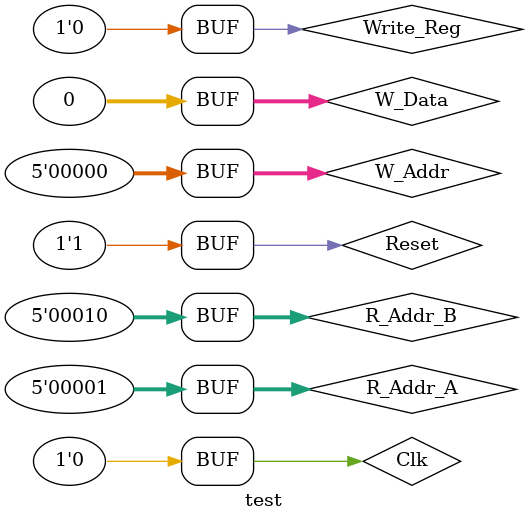
<source format=v>
`timescale 1ns / 1ps


module test;

	// Inputs
	reg [4:0] R_Addr_A;
	reg [4:0] R_Addr_B;
	reg [4:0] W_Addr;
	reg Write_Reg;
	reg [31:0] W_Data;
	reg Clk;
	reg Reset;

	// Outputs
	wire [31:0] R_Data_A;
	wire [31:0] R_Data_B;

	// Instantiate the Unit Under Test (UUT)
	Register_file uut (
		.R_Addr_A(R_Addr_A), 
		.R_Addr_B(R_Addr_B), 
		.W_Addr(W_Addr), 
		.Write_Reg(Write_Reg), 
		.W_Data(W_Data), 
		.Clk(Clk), 
		.Reset(Reset), 
		.R_Data_A(R_Data_A), 
		.R_Data_B(R_Data_B)
	);

	initial begin
		// Initialize Inputs
		R_Addr_A = 0;
		R_Addr_B = 0;
		W_Addr = 0;
		Write_Reg = 0;
		W_Data = 0;
		Clk = 0;
		Reset = 0;

		// Wait 100 ns for global reset to finish
		#100;
        
		// Add stimulus here
		R_Addr_A = 0;
		R_Addr_B = 0;
		W_Addr = 5'b00001;
		Write_Reg = 1;
		W_Data = 32'h1111_1111;
		Clk = 1;
		Reset = 0;
		
		#100;
		R_Addr_A = 0;
		R_Addr_B = 0;
		W_Addr = 5'b00001;
		Write_Reg = 1;
		W_Data = 32'h1111_1111;
		Clk = 0;
		Reset = 0;
		
		#100;
		R_Addr_A = 0;
		R_Addr_B = 0;
		W_Addr = 5'b00010;
		Write_Reg = 1;
		W_Data = 32'h2222_2222;
		Clk = 1;
		Reset = 0;
		
		#100;
		R_Addr_A = 5'b00001;
		R_Addr_B = 5'b00010;
		W_Addr = 0;
		Write_Reg = 0;
		W_Data = 0;
		Clk = 0;
		Reset = 0;
		
		#100;
		R_Addr_A = 5'b00001;
		R_Addr_B = 5'b00010;
		W_Addr = 0;
		Write_Reg = 0;
		W_Data = 0;
		Clk = 0;
		Reset = 1;
	end
      
endmodule


</source>
